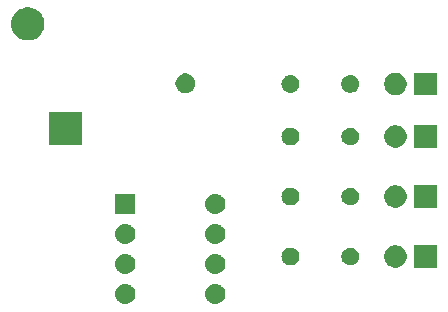
<source format=gbs>
G04 #@! TF.GenerationSoftware,KiCad,Pcbnew,(5.1.2)-1*
G04 #@! TF.CreationDate,2019-05-12T20:46:33-04:00*
G04 #@! TF.ProjectId,Demo2,44656d6f-322e-46b6-9963-61645f706362,rev?*
G04 #@! TF.SameCoordinates,PX80fd3d8PY55fe290*
G04 #@! TF.FileFunction,Soldermask,Bot*
G04 #@! TF.FilePolarity,Negative*
%FSLAX46Y46*%
G04 Gerber Fmt 4.6, Leading zero omitted, Abs format (unit mm)*
G04 Created by KiCad (PCBNEW (5.1.2)-1) date 2019-05-12 20:46:33*
%MOMM*%
%LPD*%
G04 APERTURE LIST*
%ADD10C,0.100000*%
G04 APERTURE END LIST*
D10*
G36*
X19216823Y5283687D02*
G01*
X19377242Y5235024D01*
X19509906Y5164114D01*
X19525078Y5156004D01*
X19654659Y5049659D01*
X19761004Y4920078D01*
X19761005Y4920076D01*
X19840024Y4772242D01*
X19888687Y4611823D01*
X19905117Y4445000D01*
X19888687Y4278177D01*
X19840024Y4117758D01*
X19769114Y3985094D01*
X19761004Y3969922D01*
X19654659Y3840341D01*
X19525078Y3733996D01*
X19525076Y3733995D01*
X19377242Y3654976D01*
X19216823Y3606313D01*
X19091804Y3594000D01*
X19008196Y3594000D01*
X18883177Y3606313D01*
X18722758Y3654976D01*
X18574924Y3733995D01*
X18574922Y3733996D01*
X18445341Y3840341D01*
X18338996Y3969922D01*
X18330886Y3985094D01*
X18259976Y4117758D01*
X18211313Y4278177D01*
X18194883Y4445000D01*
X18211313Y4611823D01*
X18259976Y4772242D01*
X18338995Y4920076D01*
X18338996Y4920078D01*
X18445341Y5049659D01*
X18574922Y5156004D01*
X18590094Y5164114D01*
X18722758Y5235024D01*
X18883177Y5283687D01*
X19008196Y5296000D01*
X19091804Y5296000D01*
X19216823Y5283687D01*
X19216823Y5283687D01*
G37*
G36*
X11596823Y5283687D02*
G01*
X11757242Y5235024D01*
X11889906Y5164114D01*
X11905078Y5156004D01*
X12034659Y5049659D01*
X12141004Y4920078D01*
X12141005Y4920076D01*
X12220024Y4772242D01*
X12268687Y4611823D01*
X12285117Y4445000D01*
X12268687Y4278177D01*
X12220024Y4117758D01*
X12149114Y3985094D01*
X12141004Y3969922D01*
X12034659Y3840341D01*
X11905078Y3733996D01*
X11905076Y3733995D01*
X11757242Y3654976D01*
X11596823Y3606313D01*
X11471804Y3594000D01*
X11388196Y3594000D01*
X11263177Y3606313D01*
X11102758Y3654976D01*
X10954924Y3733995D01*
X10954922Y3733996D01*
X10825341Y3840341D01*
X10718996Y3969922D01*
X10710886Y3985094D01*
X10639976Y4117758D01*
X10591313Y4278177D01*
X10574883Y4445000D01*
X10591313Y4611823D01*
X10639976Y4772242D01*
X10718995Y4920076D01*
X10718996Y4920078D01*
X10825341Y5049659D01*
X10954922Y5156004D01*
X10970094Y5164114D01*
X11102758Y5235024D01*
X11263177Y5283687D01*
X11388196Y5296000D01*
X11471804Y5296000D01*
X11596823Y5283687D01*
X11596823Y5283687D01*
G37*
G36*
X19216823Y7823687D02*
G01*
X19377242Y7775024D01*
X19492033Y7713667D01*
X19525078Y7696004D01*
X19654659Y7589659D01*
X19761004Y7460078D01*
X19761005Y7460076D01*
X19840024Y7312242D01*
X19888687Y7151823D01*
X19905117Y6985000D01*
X19888687Y6818177D01*
X19840024Y6657758D01*
X19769114Y6525094D01*
X19761004Y6509922D01*
X19654659Y6380341D01*
X19525078Y6273996D01*
X19525076Y6273995D01*
X19377242Y6194976D01*
X19216823Y6146313D01*
X19091804Y6134000D01*
X19008196Y6134000D01*
X18883177Y6146313D01*
X18722758Y6194976D01*
X18574924Y6273995D01*
X18574922Y6273996D01*
X18445341Y6380341D01*
X18338996Y6509922D01*
X18330886Y6525094D01*
X18259976Y6657758D01*
X18211313Y6818177D01*
X18194883Y6985000D01*
X18211313Y7151823D01*
X18259976Y7312242D01*
X18338995Y7460076D01*
X18338996Y7460078D01*
X18445341Y7589659D01*
X18574922Y7696004D01*
X18607967Y7713667D01*
X18722758Y7775024D01*
X18883177Y7823687D01*
X19008196Y7836000D01*
X19091804Y7836000D01*
X19216823Y7823687D01*
X19216823Y7823687D01*
G37*
G36*
X11596823Y7823687D02*
G01*
X11757242Y7775024D01*
X11872033Y7713667D01*
X11905078Y7696004D01*
X12034659Y7589659D01*
X12141004Y7460078D01*
X12141005Y7460076D01*
X12220024Y7312242D01*
X12268687Y7151823D01*
X12285117Y6985000D01*
X12268687Y6818177D01*
X12220024Y6657758D01*
X12149114Y6525094D01*
X12141004Y6509922D01*
X12034659Y6380341D01*
X11905078Y6273996D01*
X11905076Y6273995D01*
X11757242Y6194976D01*
X11596823Y6146313D01*
X11471804Y6134000D01*
X11388196Y6134000D01*
X11263177Y6146313D01*
X11102758Y6194976D01*
X10954924Y6273995D01*
X10954922Y6273996D01*
X10825341Y6380341D01*
X10718996Y6509922D01*
X10710886Y6525094D01*
X10639976Y6657758D01*
X10591313Y6818177D01*
X10574883Y6985000D01*
X10591313Y7151823D01*
X10639976Y7312242D01*
X10718995Y7460076D01*
X10718996Y7460078D01*
X10825341Y7589659D01*
X10954922Y7696004D01*
X10987967Y7713667D01*
X11102758Y7775024D01*
X11263177Y7823687D01*
X11388196Y7836000D01*
X11471804Y7836000D01*
X11596823Y7823687D01*
X11596823Y7823687D01*
G37*
G36*
X34567395Y8534454D02*
G01*
X34740466Y8462766D01*
X34740467Y8462765D01*
X34896227Y8358690D01*
X35028690Y8226227D01*
X35077213Y8153607D01*
X35132766Y8070466D01*
X35204454Y7897395D01*
X35241000Y7713667D01*
X35241000Y7526333D01*
X35204454Y7342605D01*
X35132766Y7169534D01*
X35113877Y7141265D01*
X35028690Y7013773D01*
X34896227Y6881310D01*
X34817818Y6828919D01*
X34740466Y6777234D01*
X34567395Y6705546D01*
X34383667Y6669000D01*
X34196333Y6669000D01*
X34012605Y6705546D01*
X33839534Y6777234D01*
X33762182Y6828919D01*
X33683773Y6881310D01*
X33551310Y7013773D01*
X33466123Y7141265D01*
X33447234Y7169534D01*
X33375546Y7342605D01*
X33339000Y7526333D01*
X33339000Y7713667D01*
X33375546Y7897395D01*
X33447234Y8070466D01*
X33502787Y8153607D01*
X33551310Y8226227D01*
X33683773Y8358690D01*
X33839533Y8462765D01*
X33839534Y8462766D01*
X34012605Y8534454D01*
X34196333Y8571000D01*
X34383667Y8571000D01*
X34567395Y8534454D01*
X34567395Y8534454D01*
G37*
G36*
X37781000Y6669000D02*
G01*
X35879000Y6669000D01*
X35879000Y8571000D01*
X37781000Y8571000D01*
X37781000Y6669000D01*
X37781000Y6669000D01*
G37*
G36*
X25473665Y8367378D02*
G01*
X25547222Y8360133D01*
X25688786Y8317190D01*
X25819252Y8247454D01*
X25849040Y8223008D01*
X25933607Y8153607D01*
X26001837Y8070466D01*
X26027454Y8039252D01*
X26097190Y7908786D01*
X26140133Y7767222D01*
X26154633Y7620000D01*
X26140133Y7472778D01*
X26097190Y7331214D01*
X26027454Y7200748D01*
X26003008Y7170960D01*
X25933607Y7086393D01*
X25873004Y7036659D01*
X25819252Y6992546D01*
X25688786Y6922810D01*
X25547222Y6879867D01*
X25473665Y6872622D01*
X25436888Y6869000D01*
X25363112Y6869000D01*
X25326335Y6872622D01*
X25252778Y6879867D01*
X25111214Y6922810D01*
X24980748Y6992546D01*
X24926996Y7036659D01*
X24866393Y7086393D01*
X24796992Y7170960D01*
X24772546Y7200748D01*
X24702810Y7331214D01*
X24659867Y7472778D01*
X24645367Y7620000D01*
X24659867Y7767222D01*
X24702810Y7908786D01*
X24772546Y8039252D01*
X24798163Y8070466D01*
X24866393Y8153607D01*
X24950960Y8223008D01*
X24980748Y8247454D01*
X25111214Y8317190D01*
X25252778Y8360133D01*
X25326335Y8367378D01*
X25363112Y8371000D01*
X25436888Y8371000D01*
X25473665Y8367378D01*
X25473665Y8367378D01*
G37*
G36*
X30699059Y8342140D02*
G01*
X30759294Y8317190D01*
X30835732Y8285528D01*
X30958735Y8203340D01*
X31063340Y8098735D01*
X31145528Y7975732D01*
X31145529Y7975730D01*
X31202140Y7839059D01*
X31231000Y7693968D01*
X31231000Y7546032D01*
X31202140Y7400941D01*
X31145528Y7264268D01*
X31063340Y7141265D01*
X30958735Y7036660D01*
X30835732Y6954472D01*
X30835731Y6954471D01*
X30835730Y6954471D01*
X30699059Y6897860D01*
X30553968Y6869000D01*
X30406032Y6869000D01*
X30260941Y6897860D01*
X30124270Y6954471D01*
X30124269Y6954471D01*
X30124268Y6954472D01*
X30001265Y7036660D01*
X29896660Y7141265D01*
X29814472Y7264268D01*
X29757860Y7400941D01*
X29729000Y7546032D01*
X29729000Y7693968D01*
X29757860Y7839059D01*
X29814471Y7975730D01*
X29814472Y7975732D01*
X29896660Y8098735D01*
X30001265Y8203340D01*
X30124268Y8285528D01*
X30200707Y8317190D01*
X30260941Y8342140D01*
X30406032Y8371000D01*
X30553968Y8371000D01*
X30699059Y8342140D01*
X30699059Y8342140D01*
G37*
G36*
X11596823Y10363687D02*
G01*
X11757242Y10315024D01*
X11889906Y10244114D01*
X11905078Y10236004D01*
X12034659Y10129659D01*
X12141004Y10000078D01*
X12141005Y10000076D01*
X12220024Y9852242D01*
X12268687Y9691823D01*
X12285117Y9525000D01*
X12268687Y9358177D01*
X12220024Y9197758D01*
X12149114Y9065094D01*
X12141004Y9049922D01*
X12034659Y8920341D01*
X11905078Y8813996D01*
X11905076Y8813995D01*
X11757242Y8734976D01*
X11596823Y8686313D01*
X11471804Y8674000D01*
X11388196Y8674000D01*
X11263177Y8686313D01*
X11102758Y8734976D01*
X10954924Y8813995D01*
X10954922Y8813996D01*
X10825341Y8920341D01*
X10718996Y9049922D01*
X10710886Y9065094D01*
X10639976Y9197758D01*
X10591313Y9358177D01*
X10574883Y9525000D01*
X10591313Y9691823D01*
X10639976Y9852242D01*
X10718995Y10000076D01*
X10718996Y10000078D01*
X10825341Y10129659D01*
X10954922Y10236004D01*
X10970094Y10244114D01*
X11102758Y10315024D01*
X11263177Y10363687D01*
X11388196Y10376000D01*
X11471804Y10376000D01*
X11596823Y10363687D01*
X11596823Y10363687D01*
G37*
G36*
X19216823Y10363687D02*
G01*
X19377242Y10315024D01*
X19509906Y10244114D01*
X19525078Y10236004D01*
X19654659Y10129659D01*
X19761004Y10000078D01*
X19761005Y10000076D01*
X19840024Y9852242D01*
X19888687Y9691823D01*
X19905117Y9525000D01*
X19888687Y9358177D01*
X19840024Y9197758D01*
X19769114Y9065094D01*
X19761004Y9049922D01*
X19654659Y8920341D01*
X19525078Y8813996D01*
X19525076Y8813995D01*
X19377242Y8734976D01*
X19216823Y8686313D01*
X19091804Y8674000D01*
X19008196Y8674000D01*
X18883177Y8686313D01*
X18722758Y8734976D01*
X18574924Y8813995D01*
X18574922Y8813996D01*
X18445341Y8920341D01*
X18338996Y9049922D01*
X18330886Y9065094D01*
X18259976Y9197758D01*
X18211313Y9358177D01*
X18194883Y9525000D01*
X18211313Y9691823D01*
X18259976Y9852242D01*
X18338995Y10000076D01*
X18338996Y10000078D01*
X18445341Y10129659D01*
X18574922Y10236004D01*
X18590094Y10244114D01*
X18722758Y10315024D01*
X18883177Y10363687D01*
X19008196Y10376000D01*
X19091804Y10376000D01*
X19216823Y10363687D01*
X19216823Y10363687D01*
G37*
G36*
X19216823Y12903687D02*
G01*
X19377242Y12855024D01*
X19492033Y12793667D01*
X19525078Y12776004D01*
X19654659Y12669659D01*
X19761004Y12540078D01*
X19761005Y12540076D01*
X19840024Y12392242D01*
X19888687Y12231823D01*
X19905117Y12065000D01*
X19888687Y11898177D01*
X19840024Y11737758D01*
X19769114Y11605094D01*
X19761004Y11589922D01*
X19654659Y11460341D01*
X19525078Y11353996D01*
X19525076Y11353995D01*
X19377242Y11274976D01*
X19216823Y11226313D01*
X19091804Y11214000D01*
X19008196Y11214000D01*
X18883177Y11226313D01*
X18722758Y11274976D01*
X18574924Y11353995D01*
X18574922Y11353996D01*
X18445341Y11460341D01*
X18338996Y11589922D01*
X18330886Y11605094D01*
X18259976Y11737758D01*
X18211313Y11898177D01*
X18194883Y12065000D01*
X18211313Y12231823D01*
X18259976Y12392242D01*
X18338995Y12540076D01*
X18338996Y12540078D01*
X18445341Y12669659D01*
X18574922Y12776004D01*
X18607967Y12793667D01*
X18722758Y12855024D01*
X18883177Y12903687D01*
X19008196Y12916000D01*
X19091804Y12916000D01*
X19216823Y12903687D01*
X19216823Y12903687D01*
G37*
G36*
X12281000Y11214000D02*
G01*
X10579000Y11214000D01*
X10579000Y12916000D01*
X12281000Y12916000D01*
X12281000Y11214000D01*
X12281000Y11214000D01*
G37*
G36*
X34567395Y13614454D02*
G01*
X34740466Y13542766D01*
X34740467Y13542765D01*
X34896227Y13438690D01*
X35028690Y13306227D01*
X35077213Y13233607D01*
X35132766Y13150466D01*
X35204454Y12977395D01*
X35241000Y12793667D01*
X35241000Y12606333D01*
X35204454Y12422605D01*
X35132766Y12249534D01*
X35113877Y12221265D01*
X35028690Y12093773D01*
X34896227Y11961310D01*
X34817818Y11908919D01*
X34740466Y11857234D01*
X34567395Y11785546D01*
X34383667Y11749000D01*
X34196333Y11749000D01*
X34012605Y11785546D01*
X33839534Y11857234D01*
X33762182Y11908919D01*
X33683773Y11961310D01*
X33551310Y12093773D01*
X33466123Y12221265D01*
X33447234Y12249534D01*
X33375546Y12422605D01*
X33339000Y12606333D01*
X33339000Y12793667D01*
X33375546Y12977395D01*
X33447234Y13150466D01*
X33502787Y13233607D01*
X33551310Y13306227D01*
X33683773Y13438690D01*
X33839533Y13542765D01*
X33839534Y13542766D01*
X34012605Y13614454D01*
X34196333Y13651000D01*
X34383667Y13651000D01*
X34567395Y13614454D01*
X34567395Y13614454D01*
G37*
G36*
X37781000Y11749000D02*
G01*
X35879000Y11749000D01*
X35879000Y13651000D01*
X37781000Y13651000D01*
X37781000Y11749000D01*
X37781000Y11749000D01*
G37*
G36*
X30699059Y13422140D02*
G01*
X30759294Y13397190D01*
X30835732Y13365528D01*
X30958735Y13283340D01*
X31063340Y13178735D01*
X31145528Y13055732D01*
X31145529Y13055730D01*
X31202140Y12919059D01*
X31231000Y12773968D01*
X31231000Y12626032D01*
X31202140Y12480941D01*
X31145528Y12344268D01*
X31063340Y12221265D01*
X30958735Y12116660D01*
X30835732Y12034472D01*
X30835731Y12034471D01*
X30835730Y12034471D01*
X30699059Y11977860D01*
X30553968Y11949000D01*
X30406032Y11949000D01*
X30260941Y11977860D01*
X30124270Y12034471D01*
X30124269Y12034471D01*
X30124268Y12034472D01*
X30001265Y12116660D01*
X29896660Y12221265D01*
X29814472Y12344268D01*
X29757860Y12480941D01*
X29729000Y12626032D01*
X29729000Y12773968D01*
X29757860Y12919059D01*
X29814471Y13055730D01*
X29814472Y13055732D01*
X29896660Y13178735D01*
X30001265Y13283340D01*
X30124268Y13365528D01*
X30200707Y13397190D01*
X30260941Y13422140D01*
X30406032Y13451000D01*
X30553968Y13451000D01*
X30699059Y13422140D01*
X30699059Y13422140D01*
G37*
G36*
X25473665Y13447378D02*
G01*
X25547222Y13440133D01*
X25688786Y13397190D01*
X25819252Y13327454D01*
X25849040Y13303008D01*
X25933607Y13233607D01*
X26001837Y13150466D01*
X26027454Y13119252D01*
X26097190Y12988786D01*
X26140133Y12847222D01*
X26154633Y12700000D01*
X26140133Y12552778D01*
X26097190Y12411214D01*
X26027454Y12280748D01*
X26003008Y12250960D01*
X25933607Y12166393D01*
X25873004Y12116659D01*
X25819252Y12072546D01*
X25688786Y12002810D01*
X25547222Y11959867D01*
X25473665Y11952622D01*
X25436888Y11949000D01*
X25363112Y11949000D01*
X25326335Y11952622D01*
X25252778Y11959867D01*
X25111214Y12002810D01*
X24980748Y12072546D01*
X24926996Y12116659D01*
X24866393Y12166393D01*
X24796992Y12250960D01*
X24772546Y12280748D01*
X24702810Y12411214D01*
X24659867Y12552778D01*
X24645367Y12700000D01*
X24659867Y12847222D01*
X24702810Y12988786D01*
X24772546Y13119252D01*
X24798163Y13150466D01*
X24866393Y13233607D01*
X24950960Y13303008D01*
X24980748Y13327454D01*
X25111214Y13397190D01*
X25252778Y13440133D01*
X25326335Y13447378D01*
X25363112Y13451000D01*
X25436888Y13451000D01*
X25473665Y13447378D01*
X25473665Y13447378D01*
G37*
G36*
X34567395Y18694454D02*
G01*
X34740466Y18622766D01*
X34740467Y18622765D01*
X34896227Y18518690D01*
X35028690Y18386227D01*
X35077213Y18313607D01*
X35132766Y18230466D01*
X35204454Y18057395D01*
X35241000Y17873667D01*
X35241000Y17686333D01*
X35204454Y17502605D01*
X35132766Y17329534D01*
X35113877Y17301265D01*
X35028690Y17173773D01*
X34896227Y17041310D01*
X34855354Y17014000D01*
X34740466Y16937234D01*
X34567395Y16865546D01*
X34383667Y16829000D01*
X34196333Y16829000D01*
X34012605Y16865546D01*
X33839534Y16937234D01*
X33724646Y17014000D01*
X33683773Y17041310D01*
X33551310Y17173773D01*
X33466123Y17301265D01*
X33447234Y17329534D01*
X33375546Y17502605D01*
X33339000Y17686333D01*
X33339000Y17873667D01*
X33375546Y18057395D01*
X33447234Y18230466D01*
X33502787Y18313607D01*
X33551310Y18386227D01*
X33683773Y18518690D01*
X33839533Y18622765D01*
X33839534Y18622766D01*
X34012605Y18694454D01*
X34196333Y18731000D01*
X34383667Y18731000D01*
X34567395Y18694454D01*
X34567395Y18694454D01*
G37*
G36*
X37781000Y16829000D02*
G01*
X35879000Y16829000D01*
X35879000Y18731000D01*
X37781000Y18731000D01*
X37781000Y16829000D01*
X37781000Y16829000D01*
G37*
G36*
X7751000Y17014000D02*
G01*
X4949000Y17014000D01*
X4949000Y19816000D01*
X7751000Y19816000D01*
X7751000Y17014000D01*
X7751000Y17014000D01*
G37*
G36*
X30699059Y18502140D02*
G01*
X30759294Y18477190D01*
X30835732Y18445528D01*
X30958735Y18363340D01*
X31063340Y18258735D01*
X31145528Y18135732D01*
X31202140Y17999059D01*
X31231000Y17853967D01*
X31231000Y17706033D01*
X31202140Y17560941D01*
X31145528Y17424268D01*
X31063340Y17301265D01*
X30958735Y17196660D01*
X30835732Y17114472D01*
X30835731Y17114471D01*
X30835730Y17114471D01*
X30699059Y17057860D01*
X30553968Y17029000D01*
X30406032Y17029000D01*
X30260941Y17057860D01*
X30124270Y17114471D01*
X30124269Y17114471D01*
X30124268Y17114472D01*
X30001265Y17196660D01*
X29896660Y17301265D01*
X29814472Y17424268D01*
X29757860Y17560941D01*
X29729000Y17706033D01*
X29729000Y17853967D01*
X29757860Y17999059D01*
X29814472Y18135732D01*
X29896660Y18258735D01*
X30001265Y18363340D01*
X30124268Y18445528D01*
X30200707Y18477190D01*
X30260941Y18502140D01*
X30406032Y18531000D01*
X30553968Y18531000D01*
X30699059Y18502140D01*
X30699059Y18502140D01*
G37*
G36*
X25473665Y18527378D02*
G01*
X25547222Y18520133D01*
X25688786Y18477190D01*
X25819252Y18407454D01*
X25849040Y18383008D01*
X25933607Y18313607D01*
X26001837Y18230466D01*
X26027454Y18199252D01*
X26097190Y18068786D01*
X26140133Y17927222D01*
X26154633Y17780000D01*
X26140133Y17632778D01*
X26097190Y17491214D01*
X26027454Y17360748D01*
X26003008Y17330960D01*
X25933607Y17246393D01*
X25873004Y17196659D01*
X25819252Y17152546D01*
X25688786Y17082810D01*
X25547222Y17039867D01*
X25473665Y17032622D01*
X25436888Y17029000D01*
X25363112Y17029000D01*
X25326335Y17032622D01*
X25252778Y17039867D01*
X25111214Y17082810D01*
X24980748Y17152546D01*
X24926996Y17196659D01*
X24866393Y17246393D01*
X24796992Y17330960D01*
X24772546Y17360748D01*
X24702810Y17491214D01*
X24659867Y17632778D01*
X24645367Y17780000D01*
X24659867Y17927222D01*
X24702810Y18068786D01*
X24772546Y18199252D01*
X24798163Y18230466D01*
X24866393Y18313607D01*
X24950960Y18383008D01*
X24980748Y18407454D01*
X25111214Y18477190D01*
X25252778Y18520133D01*
X25326335Y18527378D01*
X25363112Y18531000D01*
X25436888Y18531000D01*
X25473665Y18527378D01*
X25473665Y18527378D01*
G37*
G36*
X37781000Y21274000D02*
G01*
X35879000Y21274000D01*
X35879000Y23176000D01*
X37781000Y23176000D01*
X37781000Y21274000D01*
X37781000Y21274000D01*
G37*
G36*
X34567395Y23139454D02*
G01*
X34740466Y23067766D01*
X34740467Y23067765D01*
X34896227Y22963690D01*
X35028690Y22831227D01*
X35044556Y22807481D01*
X35132766Y22675466D01*
X35204454Y22502395D01*
X35241000Y22318667D01*
X35241000Y22131333D01*
X35204454Y21947605D01*
X35132766Y21774534D01*
X35113877Y21746265D01*
X35028690Y21618773D01*
X34896227Y21486310D01*
X34836954Y21446705D01*
X34740466Y21382234D01*
X34567395Y21310546D01*
X34383667Y21274000D01*
X34196333Y21274000D01*
X34012605Y21310546D01*
X33839534Y21382234D01*
X33743046Y21446705D01*
X33683773Y21486310D01*
X33551310Y21618773D01*
X33466123Y21746265D01*
X33447234Y21774534D01*
X33375546Y21947605D01*
X33339000Y22131333D01*
X33339000Y22318667D01*
X33375546Y22502395D01*
X33447234Y22675466D01*
X33535444Y22807481D01*
X33551310Y22831227D01*
X33683773Y22963690D01*
X33839533Y23067765D01*
X33839534Y23067766D01*
X34012605Y23139454D01*
X34196333Y23176000D01*
X34383667Y23176000D01*
X34567395Y23139454D01*
X34567395Y23139454D01*
G37*
G36*
X16768228Y23083297D02*
G01*
X16923100Y23019147D01*
X17062481Y22926015D01*
X17181015Y22807481D01*
X17274147Y22668100D01*
X17338297Y22513228D01*
X17371000Y22348816D01*
X17371000Y22181184D01*
X17338297Y22016772D01*
X17274147Y21861900D01*
X17181015Y21722519D01*
X17062481Y21603985D01*
X16923100Y21510853D01*
X16768228Y21446703D01*
X16603816Y21414000D01*
X16436184Y21414000D01*
X16271772Y21446703D01*
X16116900Y21510853D01*
X15977519Y21603985D01*
X15858985Y21722519D01*
X15765853Y21861900D01*
X15701703Y22016772D01*
X15669000Y22181184D01*
X15669000Y22348816D01*
X15701703Y22513228D01*
X15765853Y22668100D01*
X15858985Y22807481D01*
X15977519Y22926015D01*
X16116900Y23019147D01*
X16271772Y23083297D01*
X16436184Y23116000D01*
X16603816Y23116000D01*
X16768228Y23083297D01*
X16768228Y23083297D01*
G37*
G36*
X25473665Y22972378D02*
G01*
X25547222Y22965133D01*
X25688786Y22922190D01*
X25819252Y22852454D01*
X25849040Y22828008D01*
X25933607Y22758607D01*
X26001837Y22675466D01*
X26027454Y22644252D01*
X26097190Y22513786D01*
X26140133Y22372222D01*
X26154633Y22225000D01*
X26140133Y22077778D01*
X26097190Y21936214D01*
X26027454Y21805748D01*
X26003008Y21775960D01*
X25933607Y21691393D01*
X25873004Y21641659D01*
X25819252Y21597546D01*
X25688786Y21527810D01*
X25547222Y21484867D01*
X25473665Y21477622D01*
X25436888Y21474000D01*
X25363112Y21474000D01*
X25326335Y21477622D01*
X25252778Y21484867D01*
X25111214Y21527810D01*
X24980748Y21597546D01*
X24926996Y21641659D01*
X24866393Y21691393D01*
X24796992Y21775960D01*
X24772546Y21805748D01*
X24702810Y21936214D01*
X24659867Y22077778D01*
X24645367Y22225000D01*
X24659867Y22372222D01*
X24702810Y22513786D01*
X24772546Y22644252D01*
X24798163Y22675466D01*
X24866393Y22758607D01*
X24950960Y22828008D01*
X24980748Y22852454D01*
X25111214Y22922190D01*
X25252778Y22965133D01*
X25326335Y22972378D01*
X25363112Y22976000D01*
X25436888Y22976000D01*
X25473665Y22972378D01*
X25473665Y22972378D01*
G37*
G36*
X30699059Y22947140D02*
G01*
X30759294Y22922190D01*
X30835732Y22890528D01*
X30958735Y22808340D01*
X31063340Y22703735D01*
X31145528Y22580732D01*
X31202140Y22444059D01*
X31231000Y22298967D01*
X31231000Y22151033D01*
X31202140Y22005941D01*
X31145528Y21869268D01*
X31063340Y21746265D01*
X30958735Y21641660D01*
X30835732Y21559472D01*
X30835731Y21559471D01*
X30835730Y21559471D01*
X30699059Y21502860D01*
X30553968Y21474000D01*
X30406032Y21474000D01*
X30260941Y21502860D01*
X30124270Y21559471D01*
X30124269Y21559471D01*
X30124268Y21559472D01*
X30001265Y21641660D01*
X29896660Y21746265D01*
X29814472Y21869268D01*
X29757860Y22005941D01*
X29729000Y22151033D01*
X29729000Y22298967D01*
X29757860Y22444059D01*
X29814472Y22580732D01*
X29896660Y22703735D01*
X30001265Y22808340D01*
X30124268Y22890528D01*
X30200707Y22922190D01*
X30260941Y22947140D01*
X30406032Y22976000D01*
X30553968Y22976000D01*
X30699059Y22947140D01*
X30699059Y22947140D01*
G37*
G36*
X3493433Y28670107D02*
G01*
X3583657Y28652161D01*
X3689267Y28608415D01*
X3838621Y28546551D01*
X3838622Y28546550D01*
X4068086Y28393228D01*
X4263228Y28198086D01*
X4365675Y28044763D01*
X4416551Y27968621D01*
X4522161Y27713656D01*
X4576000Y27442988D01*
X4576000Y27167012D01*
X4522161Y26896344D01*
X4416551Y26641379D01*
X4416550Y26641378D01*
X4263228Y26411914D01*
X4068086Y26216772D01*
X3914763Y26114325D01*
X3838621Y26063449D01*
X3689267Y26001585D01*
X3583657Y25957839D01*
X3493433Y25939893D01*
X3312988Y25904000D01*
X3037012Y25904000D01*
X2856567Y25939893D01*
X2766343Y25957839D01*
X2660733Y26001585D01*
X2511379Y26063449D01*
X2435237Y26114325D01*
X2281914Y26216772D01*
X2086772Y26411914D01*
X1933450Y26641378D01*
X1933449Y26641379D01*
X1827839Y26896344D01*
X1774000Y27167012D01*
X1774000Y27442988D01*
X1827839Y27713656D01*
X1933449Y27968621D01*
X1984325Y28044763D01*
X2086772Y28198086D01*
X2281914Y28393228D01*
X2511378Y28546550D01*
X2511379Y28546551D01*
X2660733Y28608415D01*
X2766343Y28652161D01*
X2856567Y28670107D01*
X3037012Y28706000D01*
X3312988Y28706000D01*
X3493433Y28670107D01*
X3493433Y28670107D01*
G37*
M02*

</source>
